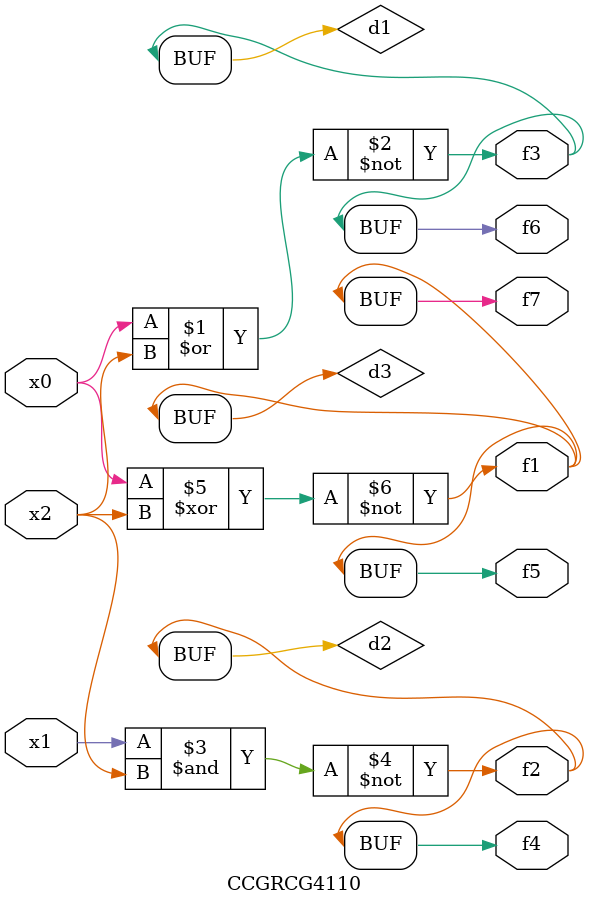
<source format=v>
module CCGRCG4110(
	input x0, x1, x2,
	output f1, f2, f3, f4, f5, f6, f7
);

	wire d1, d2, d3;

	nor (d1, x0, x2);
	nand (d2, x1, x2);
	xnor (d3, x0, x2);
	assign f1 = d3;
	assign f2 = d2;
	assign f3 = d1;
	assign f4 = d2;
	assign f5 = d3;
	assign f6 = d1;
	assign f7 = d3;
endmodule

</source>
